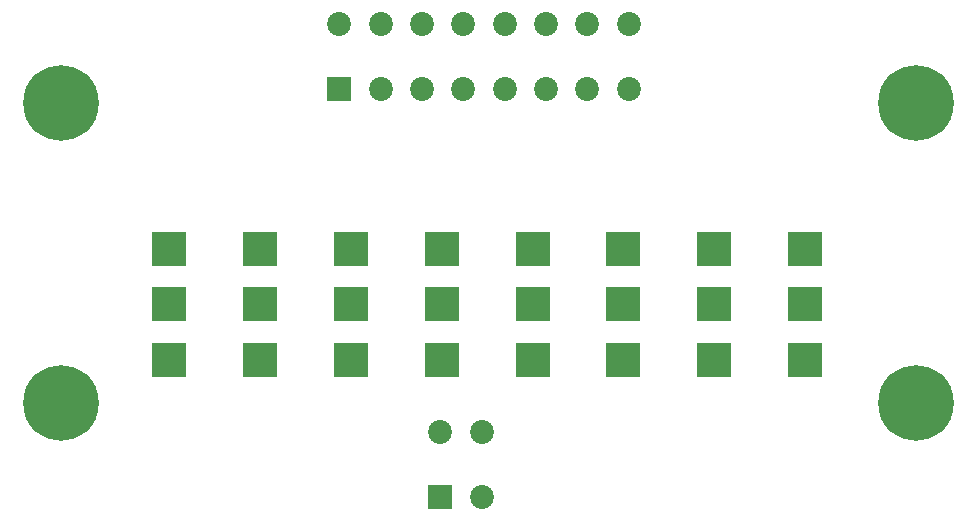
<source format=gbs>
G04 #@! TF.GenerationSoftware,KiCad,Pcbnew,7.0.7*
G04 #@! TF.CreationDate,2023-09-05T00:15:25-07:00*
G04 #@! TF.ProjectId,Power Supply Board Ground Systems V1.1,506f7765-7220-4537-9570-706c7920426f,rev?*
G04 #@! TF.SameCoordinates,Original*
G04 #@! TF.FileFunction,Soldermask,Bot*
G04 #@! TF.FilePolarity,Negative*
%FSLAX46Y46*%
G04 Gerber Fmt 4.6, Leading zero omitted, Abs format (unit mm)*
G04 Created by KiCad (PCBNEW 7.0.7) date 2023-09-05 00:15:25*
%MOMM*%
%LPD*%
G01*
G04 APERTURE LIST*
%ADD10R,3.000000X3.000000*%
%ADD11C,3.600000*%
%ADD12C,6.400000*%
%ADD13R,2.025000X2.025000*%
%ADD14C,2.025000*%
G04 APERTURE END LIST*
D10*
X47330916Y-47289800D03*
X47330916Y-51989800D03*
X47330916Y-56689800D03*
X78086684Y-47289800D03*
X78086684Y-51989800D03*
X78086684Y-56689800D03*
X55019858Y-47289800D03*
X55019858Y-51989800D03*
X55019858Y-56689800D03*
X39641974Y-47289800D03*
X39641974Y-51989800D03*
X39641974Y-56689800D03*
D11*
X102870000Y-60325000D03*
D12*
X102870000Y-60325000D03*
D11*
X30480000Y-60325000D03*
D12*
X30480000Y-60325000D03*
D13*
X62590000Y-68260000D03*
D14*
X62590000Y-62760000D03*
X66090000Y-68260000D03*
X66090000Y-62760000D03*
D10*
X93464574Y-47289800D03*
X93464574Y-51989800D03*
X93464574Y-56689800D03*
D11*
X102870000Y-34925000D03*
D12*
X102870000Y-34925000D03*
D10*
X85775626Y-47289800D03*
X85775626Y-51989800D03*
X85775626Y-56689800D03*
X70397742Y-47289800D03*
X70397742Y-51989800D03*
X70397742Y-56689800D03*
D13*
X54025800Y-33756600D03*
D14*
X54025800Y-28256600D03*
X57525800Y-33756600D03*
X57525800Y-28256600D03*
X61025800Y-33756600D03*
X61025800Y-28256600D03*
X64525800Y-33756600D03*
X64525800Y-28256600D03*
X68025800Y-33756600D03*
X68025800Y-28256600D03*
X71525800Y-33756600D03*
X71525800Y-28256600D03*
X75025800Y-33756600D03*
X75025800Y-28256600D03*
X78525800Y-33756600D03*
X78525800Y-28256600D03*
D10*
X62708800Y-47289800D03*
X62708800Y-51989800D03*
X62708800Y-56689800D03*
D11*
X30480000Y-34925000D03*
D12*
X30480000Y-34925000D03*
M02*

</source>
